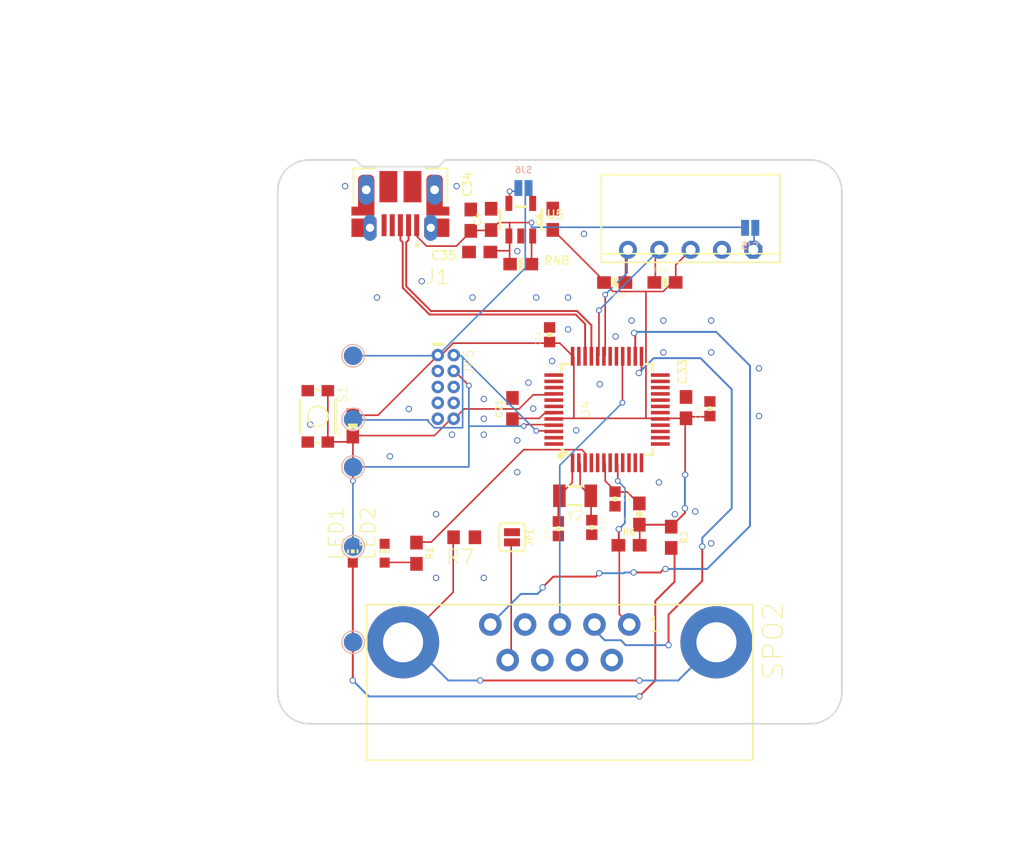
<source format=kicad_pcb>
(kicad_pcb (version 20241229) (generator "pcbnew") (generator_version "9.0")
  (layers (0 "F.Cu" signal) (2 "B.Cu" signal) (13 "F.Paste" user) (15 "B.Paste" user) (5 "F.SilkS" user "F.Silkscreen") (7 "B.SilkS" user "B.Silkscreen") (1 "F.Mask" user) (3 "B.Mask" user) (25 "Edge.Cuts" user))
  (net 0 "")
  (net 1 "GND")
  (net 2 "D5_JACK_DETECT")
  (net 3 "5.0V")
  (net 4 "3.3V")
  (net 5 "STAT1_A3")
  (net 6 "STAT2_A4")
  (net 7 "LBO_PIN_A5")
  (net 8 "SDA_INT")
  (net 9 "SCL_INT")
  (net 10 "OFF_PIN_D2")
  (net 11 "D9")
  (net 12 "BATM_STATUS")
  (net 13 "HB_LED_D14")
  (net 14 "SDA")
  (net 15 "SCL")
  (net 16 "USB_HOST_EN")
  (net 17 "VDDCORE")
  (net 18 "VDDANA")
  (net 19 "N$46")
  (net 20 "N$47")
  (net 21 "~{RESET}")
  (net 22 "PGD_D7")
  (net 23 "SPO2_LED_D10")
  (net 24 "SWCLK")
  (net 25 "SWDIO")
  (net 26 "RX_LED")
  (net 27 "TX_LED")
  (net 28 "AREF")
  (net 29 "SPO2_IR_D11")
  (net 30 "SPO2_IR_D13")
  (net 31 "INT_PIN_D6")
  (net 32 "N$21")
  (net 33 "SPO2_CONNECTION_A2")
  (net 34 "SPO2_CATHODE")
  (net 35 "SPO2_RED_D0")
  (net 36 "SPO2_IR_D1")
  (net 37 "NC1")
  (net 38 "NC0")
  (net 39 "READ_SPO2_A1")
  (net 40 "N$6")
  (net 41 "VBUS")
  (net 42 "EN")
  (net 43 "OUT")
  (net 44 "USB_D_N")
  (net 45 "USB_D_P")
  (net 46 "N$3")
  (net 47 "N$5")
  (net 48 "SPO2_LED_D12")
  (net 49 "N$1")
  (footprint "Spo2_module_v3.0.0_simple_dec2024:CRYSTAL-SMD-3.2X1.5MM" (layer "F.Cu") (at 149.7203 109.3089 180)
    (property "Reference" "Y2")
    (property "Value" "32.768kHz")
  )
  (footprint "Spo2_module_v3.0.0_simple_dec2024:0603-NO" (layer "F.Cu") (at 142.113 89.8525 180)
    (property "Reference" "C35")
    (property "Value" "1uF")
  )
  (footprint "Spo2_module_v3.0.0_simple_dec2024:618009231121" (layer "F.Cu") (at 148.5011 121.0036)
    (property "Reference" "SPO2")
    (property "Value" "")
  )
  (footprint "Spo2_module_v3.0.0_simple_dec2024:SENSORHUB_OUTLINE_USB_NOTCH_LEFT" (layer "F.Cu") (at 148.5011 105.0036)
    (property "Reference" "U$12" (hide yes))
    (property "Value" "SENSORHUB_PROFILEUSB_LEFT" (hide yes))
    (fp_line (start -22.5 20) (end -22.5 -20) (stroke (width 0.127)) (layer "Edge.Cuts"))
    (fp_line (start -20 -22.5) (end -16.277 -22.5) (stroke (width 0.127)) (layer "Edge.Cuts"))
    (fp_line (start -16.277 -22.5) (end -15.748 -21.971) (stroke (width 0.127)) (layer "Edge.Cuts"))
    (fp_line (start -15.748 -21.971) (end -9.652 -21.971) (stroke (width 0.127)) (layer "Edge.Cuts"))
    (fp_line (start -9.652 -21.971) (end -9.144 -22.5) (stroke (width 0.127)) (layer "Edge.Cuts"))
    (fp_line (start -9.144 -22.5) (end 20 -22.5) (stroke (width 0.127)) (layer "Edge.Cuts"))
    (fp_line (start 20 22.5) (end -20 22.5) (stroke (width 0.127)) (layer "Edge.Cuts"))
    (fp_line (start 22.5 -20) (end 22.5 20) (stroke (width 0.127)) (layer "Edge.Cuts"))
    (fp_arc (start -22.5 -20) (mid -21.767767 -21.767767) (end -20 -22.5) (stroke (width 0.127)) (layer "Edge.Cuts"))
    (fp_arc (start -20 22.5) (mid -21.767767 21.767767) (end -22.5 20) (stroke (width 0.127)) (layer "Edge.Cuts"))
    (fp_arc (start 20 -22.5) (mid 21.767767 -21.767767) (end 22.5 -20) (stroke (width 0.127)) (layer "Edge.Cuts"))
    (fp_arc (start 22.5 20) (mid 21.767767 21.767767) (end 20 22.5) (stroke (width 0.127)) (layer "Edge.Cuts"))
  )
  (footprint "Spo2_module_v3.0.0_simple_dec2024:TQFP-48" (layer "F.Cu") (at 152.273 102.4255 90)
    (property "Reference" "U4")
    (property "Value" "ATSAMD21G-A")
  )
  (footprint "Spo2_module_v3.0.0_simple_dec2024:2X5-PTH-1.27MM" (layer "F.Cu") (at 139.4079 100.6221 -90)
    (property "Reference" "JP5")
    (property "Value" "CORTEX_DEBUGPTH")
  )
  (footprint "Spo2_module_v3.0.0_simple_dec2024:0603-NO" (layer "F.Cu") (at 158.5722 102.2731 90)
    (property "Reference" "C33")
    (property "Value" "1uF")
  )
  (footprint "Spo2_module_v3.0.0_simple_dec2024:0603_510" (layer "F.Cu") (at 147.9423 87.2363 90)
    (property "Reference" "C6")
    (property "Value" "10uF")
  )
  (footprint "Spo2_module_v3.0.0_simple_dec2024:0603" (layer "F.Cu") (at 154.8511 110.7694 90)
    (property "Reference" "L2")
    (property "Value" "FB - 30Ohm")
  )
  (footprint "Spo2_module_v3.0.0_simple_dec2024:PTSM_M5_THRHOLE" (layer "F.Cu") (at 158.9405 90.678)
    (property "Reference" "U$10" (hide yes))
    (property "Value" "PHOENIX_PTSM_M5_TH_I2C++" (hide yes))
  )
  (footprint "Spo2_module_v3.0.0_simple_dec2024:0402-CAP" (layer "F.Cu") (at 152.908 109.5629 -90)
    (property "Reference" "C22")
    (property "Value" "0.1uF")
  )
  (footprint "Spo2_module_v3.0.0_simple_dec2024:0402-CAP" (layer "F.Cu") (at 151.0538 111.8362 -90)
    (property "Reference" "C25")
    (property "Value" "15pF")
  )
  (footprint "Spo2_module_v3.0.0_simple_dec2024:0603_532" (layer "F.Cu") (at 157.3911 112.6236 -90)
    (property "Reference" "R2")
    (property "Value" "1k")
  )
  (footprint "Spo2_module_v3.0.0_simple_dec2024:0603-RES" (layer "F.Cu") (at 156.8958 92.2782)
    (property "Reference" "R29")
    (property "Value" "4.7K")
  )
  (footprint "Spo2_module_v3.0.0_simple_dec2024:R0603_420" (layer "F.Cu") (at 140.8811 112.6236 180)
    (property "Reference" "R7")
    (property "Value" "39Ω")
  )
  (footprint "Spo2_module_v3.0.0_simple_dec2024:SMT-JUMPER_2_NC_PASTE_SILK_528" (layer "F.Cu") (at 144.6911 112.6236 -90)
    (property "Reference" "JP1")
    (property "Value" "JUMPER-SMT_2_NC_PASTE_SILK")
  )
  (footprint "Spo2_module_v3.0.0_simple_dec2024:0603-RES" (layer "F.Cu") (at 152.8826 92.2909 180)
    (property "Reference" "R28")
    (property "Value" "4.7K")
  )
  (footprint "Spo2_module_v3.0.0_simple_dec2024:0603" (layer "F.Cu") (at 144.7292 102.3493 90)
    (property "Reference" "C21")
    (property "Value" "0.1uF")
  )
  (footprint "Spo2_module_v3.0.0_simple_dec2024:0402-CAP" (layer "F.Cu") (at 160.4772 102.362 90)
    (property "Reference" "C20")
    (property "Value" "0.1uF")
  )
  (footprint "Spo2_module_v3.0.0_simple_dec2024:CHIP-LED0603_259" (layer "F.Cu") (at 131.9911 113.8936)
    (property "Reference" "LED1")
    (property "Value" "GREEN")
  )
  (footprint "Spo2_module_v3.0.0_simple_dec2024:TACTILE_SWITCH_SMD_4.6X2.8MM" (layer "F.Cu") (at 129.1971 102.9716 -90)
    (property "Reference" "S1")
    (property "Value" "RESET")
  )
  (footprint "Spo2_module_v3.0.0_simple_dec2024:0603_532" (layer "F.Cu") (at 154.0256 113.2586)
    (property "Reference" "R6")
    (property "Value" "10k")
  )
  (footprint "Spo2_module_v3.0.0_simple_dec2024:CHIP-LED0603_259" (layer "F.Cu") (at 134.5311 113.8936)
    (property "Reference" "LED2")
    (property "Value" "BLUE")
  )
  (footprint "Spo2_module_v3.0.0_simple_dec2024:0603-NO" (layer "F.Cu") (at 141.4018 87.3125 90)
    (property "Reference" "C34")
    (property "Value" "1uF")
  )
  (footprint "Spo2_module_v3.0.0_simple_dec2024:SOT23-5" (layer "F.Cu") (at 145.3896 87.2744)
    (property "Reference" "U5")
    (property "Value" "AP2112/MIC5219")
  )
  (footprint "Spo2_module_v3.0.0_simple_dec2024:0603_532" (layer "F.Cu") (at 137.0711 113.8936 -90)
    (property "Reference" "R1")
    (property "Value" "1k")
  )
  (footprint "Spo2_module_v3.0.0_simple_dec2024:AMPHENOL_10103594-0001LF" (layer "F.Cu") (at 135.7884 84.8868 180)
    (property "Reference" "J1")
    (property "Value" "10103594-0001LF")
  )
  (footprint "Spo2_module_v3.0.0_simple_dec2024:0603-NO@1" (layer "F.Cu") (at 145.3896 90.8177)
    (property "Reference" "R48")
    (property "Value" "100k")
  )
  (footprint "Spo2_module_v3.0.0_simple_dec2024:TEST_PINS" (layer "F.Cu") (at 125.6665 127.3429)
    (property "Reference" "U$5" (hide yes))
    (property "Value" "HUB_TESTPINSHUBS" (hide yes))
  )
  (footprint "Spo2_module_v3.0.0_simple_dec2024:0603-RES" (layer "F.Cu") (at 131.9911 103.7336 90)
    (property "Reference" "R22")
    (property "Value" "10K")
  )
  (footprint "Spo2_module_v3.0.0_simple_dec2024:0402-CAP" (layer "F.Cu") (at 147.6883 96.4565 90)
    (property "Reference" "C23")
    (property "Value" "0.1uF")
  )
  (footprint "Spo2_module_v3.0.0_simple_dec2024:0402-CAP" (layer "F.Cu") (at 148.3868 111.9378 90)
    (property "Reference" "C24")
    (property "Value" "15pF")
  )
  (footprint "Spo2_module_v3.0.0_simple_dec2024:0603_510" (layer "F.Cu") (at 143.0274 87.249 90)
    (property "Reference" "C4")
    (property "Value" "10uF")
  )
  (footprint "Spo2_module_v3.0.0_simple_dec2024:SMT-JUMPER_2_NO_NO-SILK_528" (layer "B.Cu") (at 145.6055 84.7471 180)
    (property "Reference" "SJ6")
    (property "Value" "WP")
  )
  (footprint "Spo2_module_v3.0.0_simple_dec2024:SMT-JUMPER_2_NO_NO-SILK_528" (layer "B.Cu") (at 163.6903 87.9221)
    (property "Reference" "SJ5")
    (property "Value" "WP")
  )
  (via (at 149.8092 104.0892) (size 0.5024) (drill 0.35) (layers "F.Cu" "B.Cu") (net 1))
  (via (at 139.9032 104.4321) (size 0.5024) (drill 0.35) (layers "F.Cu" "B.Cu") (net 1))
  (via (at 145.1102 107.4293) (size 0.5024) (drill 0.35) (layers "F.Cu" "B.Cu") (net 1))
  (via (at 142.4432 103.1621) (size 0.5024) (drill 0.35) (layers "F.Cu" "B.Cu") (net 1))
  (via (at 142.4432 101.5873) (size 0.5024) (drill 0.35) (layers "F.Cu" "B.Cu") (net 1))
  (via (at 156.4132 108.2421) (size 0.5024) (drill 0.35) (layers "F.Cu" "B.Cu") (net 1))
  (via (at 154.2288 95.3262) (size 0.5024) (drill 0.35) (layers "F.Cu" "B.Cu") (net 1))
  (via (at 142.4432 115.8621) (size 0.5024) (drill 0.35) (layers "F.Cu" "B.Cu") (net 1))
  (via (at 146.6215 93.4847) (size 0.5024) (drill 0.35) (layers "F.Cu" "B.Cu") (net 1))
  (via (at 152.9588 96.5962) (size 0.5024) (drill 0.35) (layers "F.Cu" "B.Cu") (net 1))
  (via (at 160.5788 95.3262) (size 0.5024) (drill 0.35) (layers "F.Cu" "B.Cu") (net 1))
  (via (at 147.8915 98.5647) (size 0.5024) (drill 0.35) (layers "F.Cu" "B.Cu") (net 1))
  (via (at 134.9502 106.1593) (size 0.5024) (drill 0.35) (layers "F.Cu" "B.Cu") (net 1))
  (via (at 149.1615 93.4847) (size 0.5024) (drill 0.35) (layers "F.Cu" "B.Cu") (net 1))
  (via (at 160.5788 113.1062) (size 0.5024) (drill 0.35) (layers "F.Cu" "B.Cu") (net 1))
  (via (at 138.6332 115.8621) (size 0.5024) (drill 0.35) (layers "F.Cu" "B.Cu") (net 1))
  (via (at 128.6002 103.6193) (size 0.5024) (drill 0.35) (layers "F.Cu" "B.Cu") (net 1))
  (via (at 141.5415 93.4847) (size 0.5024) (drill 0.35) (layers "F.Cu" "B.Cu") (net 1))
  (via (at 133.9215 93.4847) (size 0.5024) (drill 0.35) (layers "F.Cu" "B.Cu") (net 1))
  (via (at 131.3815 84.5947) (size 0.5024) (drill 0.35) (layers "F.Cu" "B.Cu") (net 1))
  (via (at 151.6888 100.4062) (size 0.5024) (drill 0.35) (layers "F.Cu" "B.Cu") (net 1))
  (via (at 159.3088 110.5662) (size 0.5024) (drill 0.35) (layers "F.Cu" "B.Cu") (net 1))
  (via (at 164.3888 102.9462) (size 0.5024) (drill 0.35) (layers "F.Cu" "B.Cu") (net 1))
  (via (at 164.3888 99.1362) (size 0.5024) (drill 0.35) (layers "F.Cu" "B.Cu") (net 1))
  (via (at 145.9992 100.2792) (size 0.5024) (drill 0.35) (layers "F.Cu" "B.Cu") (net 1))
  (via (at 142.4432 104.4321) (size 0.5024) (drill 0.35) (layers "F.Cu" "B.Cu") (net 1))
  (via (at 145.1102 89.789) (size 0.5024) (drill 0.35) (layers "F.Cu" "B.Cu") (net 1))
  (via (at 137.4902 92.1893) (size 0.5024) (drill 0.35) (layers "F.Cu" "B.Cu") (net 1))
  (via (at 140.2715 84.5947) (size 0.5024) (drill 0.35) (layers "F.Cu" "B.Cu") (net 1))
  (via (at 145.1102 104.8893) (size 0.5024) (drill 0.35) (layers "F.Cu" "B.Cu") (net 1))
  (via (at 146.3802 102.3493) (size 0.5024) (drill 0.35) (layers "F.Cu" "B.Cu") (net 1))
  (via (at 150.4315 88.4047) (size 0.5024) (drill 0.35) (layers "F.Cu" "B.Cu") (net 1))
  (via (at 156.7688 95.3262) (size 0.5024) (drill 0.35) (layers "F.Cu" "B.Cu") (net 1))
  (via (at 138.6332 110.7821) (size 0.5024) (drill 0.35) (layers "F.Cu" "B.Cu") (net 1))
  (via (at 157.6832 110.7821) (size 0.5024) (drill 0.35) (layers "F.Cu" "B.Cu") (net 1))
  (via (at 156.7688 97.8662) (size 0.5024) (drill 0.35) (layers "F.Cu" "B.Cu") (net 1))
  (via (at 136.4615 102.3747) (size 0.5024) (drill 0.35) (layers "F.Cu" "B.Cu") (net 1))
  (via (at 160.5788 97.8662) (size 0.5024) (drill 0.35) (layers "F.Cu" "B.Cu") (net 1))
  (via (at 149.1615 96.0247) (size 0.5024) (drill 0.35) (layers "F.Cu" "B.Cu") (net 1))
  (segment (start 164.0011 89.6286) (end 164.0011 88.0036) (width 0.127) (layer "B.Cu") (net 3))
  (segment (start 164.0011 88.0036) (end 164.0967 87.9221) (width 0.127) (layer "B.Cu") (net 3))
  (segment (start 164.0011 89.6286) (end 163.9405 89.678) (width 0.127) (layer "B.Cu") (net 3))
  (segment (start 157.3911 111.7736) (end 157.2369 111.6194) (width 0.1524) (layer "F.Cu") (net 4))
  (segment (start 152.7511 93.0036) (end 155.3761 93.0036) (width 0.127) (layer "F.Cu") (net 4))
  (segment (start 147.7511 97.1286) (end 147.6883 97.0365) (width 0.127) (layer "F.Cu") (net 4))
  (segment (start 158.5011 103.1286) (end 158.5722 103.1231) (width 0.127) (layer "F.Cu") (net 4))
  (segment (start 156.7511 93.0036) (end 157.3761 92.3786) (width 0.127) (layer "F.Cu") (net 4))
  (segment (start 158.8761 89.7536) (end 158.9405 89.678) (width 0.127) (layer "F.Cu") (net 4))
  (segment (start 158.5011 103.1286) (end 158.5011 107.6286) (width 0.127) (layer "F.Cu") (net 4))
  (segment (start 156.5011 103.1286) (end 156.523 103.1755) (width 0.127) (layer "F.Cu") (net 4))
  (segment (start 147.6261 97.1286) (end 147.6883 97.0365) (width 0.127) (layer "F.Cu") (net 4))
  (segment (start 155.3761 93.0036) (end 156.7511 93.0036) (width 0.127) (layer "F.Cu") (net 4))
  (segment (start 152.1261 92.3786) (end 152.7511 93.0036) (width 0.127) (layer "F.Cu") (net 4))
  (segment (start 138.8761 98.0036) (end 138.7729 98.0821) (width 0.127) (layer "F.Cu") (net 4))
  (segment (start 132.0011 102.8786) (end 131.9911 102.8836) (width 0.127) (layer "F.Cu") (net 4))
  (segment (start 149.6261 103.1286) (end 148.1261 103.1286) (width 0.127) (layer "F.Cu") (net 4))
  (segment (start 148.5011 97.1286) (end 147.7511 97.1286) (width 0.127) (layer "F.Cu") (net 4))
  (segment (start 154.8761 113.2536) (end 154.8761 111.6286) (width 0.127) (layer "F.Cu") (net 4))
  (segment (start 157.6261 92.3786) (end 157.7458 92.2782) (width 0.127) (layer "F.Cu") (net 4))
  (segment (start 134.0011 102.8786) (end 132.0011 102.8786) (width 0.127) (layer "F.Cu") (net 4))
  (segment (start 157.7511 90.8786) (end 157.7511 92.2536) (width 0.127) (layer "F.Cu") (net 4))
  (segment (start 149.5011 98.1286) (end 148.5011 97.1286) (width 0.127) (layer "F.Cu") (net 4))
  (segment (start 155.3761 103.1286) (end 155.3761 93.0036) (width 0.127) (layer "F.Cu") (net 4))
  (segment (start 138.7511 98.1286) (end 138.7729 98.0821) (width 0.127) (layer "F.Cu") (net 4))
  (segment (start 156.5011 103.1286) (end 155.3761 103.1286) (width 0.127) (layer "F.Cu") (net 4))
  (segment (start 140.0011 97.1286) (end 139.1261 98.0036) (width 0.127) (layer "F.Cu") (net 4))
  (segment (start 152.1261 92.2536) (end 148.0011 88.1286) (width 0.127) (layer "F.Cu") (net 4))
  (segment (start 149.6261 98.2536) (end 149.523 98.1755) (width 0.127) (layer "F.Cu") (net 4))
  (segment (start 152.1261 92.3786) (end 152.0326 92.2909) (width 0.127) (layer "F.Cu") (net 4))
  (segment (start 157.2369 111.6194) (end 154.8511 111.6194) (width 0.1524) (layer "F.Cu") (net 4))
  (segment (start 149.6261 103.1286) (end 149.6261 98.2536) (width 0.127) (layer "F.Cu") (net 4))
  (segment (start 158.4833 110.6814) (end 158.4833 110.3122) (width 0.1524) (layer "F.Cu") (net 4))
  (segment (start 152.1261 92.2536) (end 152.0326 92.2909) (width 0.127) (layer "F.Cu") (net 4))
  (segment (start 158.5011 103.1286) (end 156.6261 103.1286) (width 0.127) (layer "F.Cu") (net 4))
  (segment (start 158.8761 89.7536) (end 157.7511 90.8786) (width 0.127) (layer "F.Cu") (net 4))
  (segment (start 155.3761 103.1286) (end 149.6261 103.1286) (width 0.127) (layer "F.Cu") (net 4))
  (segment (start 149.5011 98.1286) (end 149.523 98.1755) (width 0.127) (layer "F.Cu") (net 4))
  (segment (start 148.0011 88.1286) (end 147.9423 88.0863) (width 0.127) (layer "F.Cu") (net 4))
  (segment (start 157.3761 92.3786) (end 157.6261 92.3786) (width 0.127) (layer "F.Cu") (net 4))
  (segment (start 138.7511 98.1286) (end 134.0011 102.8786) (width 0.127) (layer "F.Cu") (net 4))
  (segment (start 157.7511 92.2536) (end 157.7458 92.2782) (width 0.127) (layer "F.Cu") (net 4))
  (segment (start 148.1261 103.1286) (end 148.023 103.1755) (width 0.127) (layer "F.Cu") (net 4))
  (segment (start 154.8761 111.6286) (end 154.8511 111.6194) (width 0.127) (layer "F.Cu") (net 4))
  (segment (start 160.3761 103.0036) (end 160.4772 102.942) (width 0.127) (layer "F.Cu") (net 4))
  (segment (start 158.6261 103.0036) (end 158.5722 103.1231) (width 0.127) (layer "F.Cu") (net 4))
  (segment (start 157.3911 111.7736) (end 158.4833 110.6814) (width 0.1524) (layer "F.Cu") (net 4))
  (segment (start 158.6261 103.0036) (end 160.3761 103.0036) (width 0.127) (layer "F.Cu") (net 4))
  (segment (start 147.6261 97.1286) (end 140.0011 97.1286) (width 0.127) (layer "F.Cu") (net 4))
  (segment (start 154.8761 113.2536) (end 154.8756 113.2586) (width 0.127) (layer "F.Cu") (net 4))
  (segment (start 156.6261 103.1286) (end 156.523 103.1755) (width 0.127) (layer "F.Cu") (net 4))
  (segment (start 139.1261 98.0036) (end 138.8761 98.0036) (width 0.127) (layer "F.Cu") (net 4))
  (via (at 158.4833 110.3122) (size 0.5024) (drill 0.35) (layers "F.Cu" "B.Cu") (net 4))
  (via (at 158.5011 107.6286) (size 0.5024) (drill 0.35) (layers "F.Cu" "B.Cu") (net 4))
  (segment (start 138.7511 98.1286) (end 132.1261 98.1286) (width 0.127) (layer "B.Cu") (net 4))
  (segment (start 145.7511 91.1286) (end 145.7511 85.0036) (width 0.127) (layer "B.Cu") (net 4))
  (segment (start 145.7511 85.0036) (end 146.0011 84.7536) (width 0.127) (layer "B.Cu") (net 4))
  (segment (start 138.7511 98.1286) (end 138.7729 98.0821) (width 0.127) (layer "B.Cu") (net 4))
  (segment (start 146.0011 84.7536) (end 146.0119 84.7471) (width 0.127) (layer "B.Cu") (net 4))
  (segment (start 158.4833 110.3122) (end 158.4833 107.6464) (width 0.1524) (layer "B.Cu") (net 4))
  (segment (start 138.8761 98.0036) (end 145.7511 91.1286) (width 0.127) (layer "B.Cu") (net 4))
  (segment (start 158.4833 107.6464) (end 158.5011 107.6286) (width 0.1524) (layer "B.Cu") (net 4))
  (segment (start 138.8761 98.0036) (end 138.7729 98.0821) (width 0.127) (layer "B.Cu") (net 4))
  (segment (start 132.1261 98.1286) (end 132.0165 98.1329) (width 0.127) (layer "B.Cu") (net 4))
  (segment (start 137.1261 113.0036) (end 137.0711 113.0436) (width 0.127) (layer "F.Cu") (net 13))
  (segment (start 150.5011 106.6286) (end 150.523 106.6755) (width 0.127) (layer "F.Cu") (net 13))
  (segment (start 150.2511 105.6286) (end 145.6261 105.6286) (width 0.127) (layer "F.Cu") (net 13))
  (segment (start 138.2511 113.0036) (end 137.1261 113.0036) (width 0.127) (layer "F.Cu") (net 13))
  (segment (start 150.5011 105.8786) (end 150.2511 105.6286) (width 0.127) (layer "F.Cu") (net 13))
  (segment (start 145.6261 105.6286) (end 138.2511 113.0036) (width 0.127) (layer "F.Cu") (net 13))
  (segment (start 150.5011 106.6286) (end 150.5011 105.8786) (width 0.127) (layer "F.Cu") (net 13))
  (segment (start 153.8761 89.7536) (end 153.9405 89.678) (width 0.127) (layer "F.Cu") (net 14))
  (segment (start 153.8761 89.7536) (end 153.7511 89.8786) (width 0.127) (layer "F.Cu") (net 14))
  (segment (start 152.1261 98.1286) (end 152.023 98.1755) (width 0.127) (layer "F.Cu") (net 14))
  (segment (start 152.1261 93.2536) (end 152.1261 98.1286) (width 0.127) (layer "F.Cu") (net 14))
  (segment (start 153.7511 89.8786) (end 153.7511 92.2536) (width 0.127) (layer "F.Cu") (net 14))
  (segment (start 153.7511 92.2536) (end 153.7326 92.2909) (width 0.127) (layer "F.Cu") (net 14))
  (via (at 152.1261 93.2536) (size 0.4524) (drill 0.3) (layers "F.Cu" "B.Cu") (net 14))
  (segment (start 153.8761 89.7536) (end 153.9405 89.678) (width 0.127) (layer "B.Cu") (net 14))
  (segment (start 153.8761 91.5036) (end 152.1261 93.2536) (width 0.127) (layer "B.Cu") (net 14))
  (segment (start 153.8761 89.7536) (end 153.8761 91.5036) (width 0.127) (layer "B.Cu") (net 14))
  (segment (start 156.3761 89.7536) (end 156.1261 90.0036) (width 0.127) (layer "F.Cu") (net 15))
  (segment (start 151.6261 98.1286) (end 151.523 98.1755) (width 0.127) (layer "F.Cu") (net 15))
  (segment (start 156.1261 92.2536) (end 156.0458 92.2782) (width 0.127) (layer "F.Cu") (net 15))
  (segment (start 156.1261 90.0036) (end 156.1261 92.2536) (width 0.127) (layer "F.Cu") (net 15))
  (segment (start 156.3761 89.7536) (end 156.4405 89.678) (width 0.127) (layer "F.Cu") (net 15))
  (segment (start 151.6261 94.5036) (end 151.6261 98.1286) (width 0.127) (layer "F.Cu") (net 15))
  (via (at 151.6261 94.5036) (size 0.4524) (drill 0.3) (layers "F.Cu" "B.Cu") (net 15))
  (segment (start 156.3761 89.7536) (end 151.6261 94.5036) (width 0.127) (layer "B.Cu") (net 15))
  (segment (start 156.3761 89.7536) (end 156.4405 89.678) (width 0.127) (layer "B.Cu") (net 15))
  (segment (start 144.7511 103.1286) (end 144.7292 103.1993) (width 0.127) (layer "F.Cu") (net 17))
  (segment (start 147.2511 102.7536) (end 146.8761 103.1286) (width 0.127) (layer "F.Cu") (net 17))
  (segment (start 146.8761 103.1286) (end 144.7511 103.1286) (width 0.127) (layer "F.Cu") (net 17))
  (segment (start 148.0011 102.7536) (end 148.023 102.6755) (width 0.127) (layer "F.Cu") (net 17))
  (segment (start 148.0011 102.7536) (end 147.2511 102.7536) (width 0.127) (layer "F.Cu") (net 17))
  (segment (start 152.1261 108.1286) (end 152.1261 106.7536) (width 0.127) (layer "F.Cu") (net 18))
  (segment (start 152.1261 106.7536) (end 152.023 106.6755) (width 0.127) (layer "F.Cu") (net 18))
  (segment (start 154.7511 109.8786) (end 153.8761 109.0036) (width 0.127) (layer "F.Cu") (net 18))
  (segment (start 152.8761 108.8786) (end 152.908 108.9829) (width 0.127) (layer "F.Cu") (net 18))
  (segment (start 153.0011 109.0036) (end 152.908 108.9829) (width 0.127) (layer "F.Cu") (net 18))
  (segment (start 152.8761 108.8786) (end 152.1261 108.1286) (width 0.127) (layer "F.Cu") (net 18))
  (segment (start 153.8761 109.0036) (end 153.0011 109.0036) (width 0.127) (layer "F.Cu") (net 18))
  (segment (start 154.7511 109.8786) (end 154.8511 109.9194) (width 0.127) (layer "F.Cu") (net 18))
  (segment (start 148.5011 109.2536) (end 149.5011 108.2536) (width 0.127) (layer "F.Cu") (net 19))
  (segment (start 148.3761 109.3786) (end 148.4703 109.3089) (width 0.127) (layer "F.Cu") (net 19))
  (segment (start 149.5011 108.2536) (end 149.5011 106.7536) (width 0.127) (layer "F.Cu") (net 19))
  (segment (start 148.5011 109.2536) (end 148.4703 109.3089) (width 0.127) (layer "F.Cu") (net 19))
  (segment (start 148.3761 109.3786) (end 148.3761 111.2536) (width 0.127) (layer "F.Cu") (net 19))
  (segment (start 149.5011 106.7536) (end 149.523 106.6755) (width 0.127) (layer "F.Cu") (net 19))
  (segment (start 148.3761 111.2536) (end 148.3868 111.3578) (width 0.127) (layer "F.Cu") (net 19))
  (segment (start 150.8761 109.2536) (end 150.9703 109.3089) (width 0.127) (layer "F.Cu") (net 20))
  (segment (start 151.0011 109.3786) (end 150.9703 109.3089) (width 0.127) (layer "F.Cu") (net 20))
  (segment (start 150.8761 109.2536) (end 150.1261 108.5036) (width 0.127) (layer "F.Cu") (net 20))
  (segment (start 150.1261 108.5036) (end 150.1261 106.7536) (width 0.127) (layer "F.Cu") (net 20))
  (segment (start 151.0011 111.2536) (end 151.0538 111.2562) (width 0.127) (layer "F.Cu") (net 20))
  (segment (start 150.1261 106.7536) (end 150.023 106.6755) (width 0.127) (layer "F.Cu") (net 20))
  (segment (start 151.0011 109.3786) (end 151.0011 111.2536) (width 0.127) (layer "F.Cu") (net 20))
  (segment (start 140.8761 102.3786) (end 145.2511 102.3786) (width 0.127) (layer "F.Cu") (net 21))
  (segment (start 148.0011 101.2536) (end 148.023 101.1755) (width 0.127) (layer "F.Cu") (net 21))
  (segment (start 139.7511 103.2536) (end 140.0011 103.2536) (width 0.127) (layer "F.Cu") (net 21))
  (segment (start 140.0011 103.2536) (end 140.0429 103.1621) (width 0.127) (layer "F.Cu") (net 21))
  (segment (start 130.0011 101.0036) (end 129.9971 100.9216) (width 0.127) (layer "F.Cu") (net 21))
  (segment (start 140.1261 103.1286) (end 140.8761 102.3786) (width 0.127) (layer "F.Cu") (net 21))
  (segment (start 132.0011 104.5036) (end 138.5011 104.5036) (width 0.127) (layer "F.Cu") (net 21))
  (segment (start 130.0011 105.0036) (end 129.9971 105.0216) (width 0.127) (layer "F.Cu") (net 21))
  (segment (start 145.2511 102.3786) (end 146.3761 101.2536) (width 0.127) (layer "F.Cu") (net 21))
  (segment (start 132.0011 104.5036) (end 131.9911 104.5836) (width 0.127) (layer "F.Cu") (net 21))
  (segment (start 132.0011 104.6286) (end 132.0011 108.1286) (width 0.127) (layer "F.Cu") (net 21))
  (segment (start 140.1261 103.1286) (end 140.0429 103.1621) (width 0.127) (layer "F.Cu") (net 21))
  (segment (start 146.3761 101.2536) (end 148.0011 101.2536) (width 0.127) (layer "F.Cu") (net 21))
  (segment (start 130.0011 105.0036) (end 130.0011 101.0036) (width 0.127) (layer "F.Cu") (net 21))
  (segment (start 131.8761 104.6286) (end 131.5011 105.0036) (width 0.127) (layer "F.Cu") (net 21))
  (segment (start 131.5011 105.0036) (end 130.0011 105.0036) (width 0.127) (layer "F.Cu") (net 21))
  (segment (start 132.0011 104.6286) (end 131.9911 104.5836) (width 0.127) (layer "F.Cu") (net 21))
  (segment (start 131.8761 104.6286) (end 131.9911 104.5836) (width 0.127) (layer "F.Cu") (net 21))
  (segment (start 138.5011 104.5036) (end 139.7511 103.2536) (width 0.127) (layer "F.Cu") (net 21))
  (via (at 132.0011 108.1286) (size 0.4524) (drill 0.3) (layers "F.Cu" "B.Cu") (net 21))
  (segment (start 132.0011 113.2536) (end 132.0165 113.3729) (width 0.127) (layer "B.Cu") (net 21))
  (segment (start 132.0011 108.1286) (end 132.0011 113.2536) (width 0.127) (layer "B.Cu") (net 21))
  (segment (start 148.0011 103.6286) (end 148.023 103.6755) (width 0.127) (layer "F.Cu") (net 24))
  (segment (start 140.1261 99.3786) (end 141.2511 100.5036) (width 0.127) (layer "F.Cu") (net 24))
  (segment (start 145.7511 103.6286) (end 148.0011 103.6286) (width 0.127) (layer "F.Cu") (net 24))
  (segment (start 140.1261 99.3786) (end 140.0429 99.3521) (width 0.127) (layer "F.Cu") (net 24))
  (segment (start 145.6261 103.7536) (end 145.7511 103.6286) (width 0.127) (layer "F.Cu") (net 24))
  (via (at 141.2511 100.5036) (size 0.4524) (drill 0.3) (layers "F.Cu" "B.Cu") (net 24))
  (via (at 145.6261 103.7536) (size 0.4524) (drill 0.3) (layers "F.Cu" "B.Cu") (net 24))
  (segment (start 141.2511 107.0036) (end 132.1261 107.0036) (width 0.127) (layer "B.Cu") (net 24))
  (segment (start 141.2511 103.7536) (end 145.6261 103.7536) (width 0.127) (layer "B.Cu") (net 24))
  (segment (start 141.2511 100.5036) (end 141.2511 103.7536) (width 0.127) (layer "B.Cu") (net 24))
  (segment (start 132.1261 107.0036) (end 132.0165 107.0229) (width 0.127) (layer "B.Cu") (net 24))
  (segment (start 141.2511 103.7536) (end 141.2511 107.0036) (width 0.127) (layer "B.Cu") (net 24))
  (segment (start 148.0011 104.1286) (end 148.023 104.1755) (width 0.127) (layer "F.Cu") (net 25))
  (segment (start 146.6261 104.1286) (end 148.0011 104.1286) (width 0.127) (layer "F.Cu") (net 25))
  (via (at 146.6261 104.1286) (size 0.4524) (drill 0.3) (layers "F.Cu" "B.Cu") (net 25))
  (segment (start 138.0011 103.3786) (end 138.0011 103.2536) (width 0.127) (layer "B.Cu") (net 25))
  (segment (start 140.1261 98.1286) (end 140.0429 98.0821) (width 0.127) (layer "B.Cu") (net 25))
  (segment (start 132.1261 103.2536) (end 132.0165 103.2129) (width 0.127) (layer "B.Cu") (net 25))
  (segment (start 140.7511 98.2536) (end 146.6261 104.1286) (width 0.127) (layer "B.Cu") (net 25))
  (segment (start 140.7511 103.8786) (end 138.5011 103.8786) (width 0.127) (layer "B.Cu") (net 25))
  (segment (start 140.6261 98.1286) (end 140.7511 98.2536) (width 0.127) (layer "B.Cu") (net 25))
  (segment (start 138.5011 103.8786) (end 138.0011 103.3786) (width 0.127) (layer "B.Cu") (net 25))
  (segment (start 140.7511 98.2536) (end 140.7511 103.8786) (width 0.127) (layer "B.Cu") (net 25))
  (segment (start 138.0011 103.2536) (end 132.1261 103.2536) (width 0.127) (layer "B.Cu") (net 25))
  (segment (start 140.1261 98.1286) (end 140.6261 98.1286) (width 0.127) (layer "B.Cu") (net 25))
  (segment (start 155.023 98.1755) (end 155.023 99.2945) (width 0.1524) (layer "F.Cu") (net 29))
  (segment (start 155.023 99.2945) (end 154.813 99.5045) (width 0.1524) (layer "F.Cu") (net 29))
  (segment (start 159.8676 113.3602) (end 159.8676 116.1034) (width 0.1524) (layer "F.Cu") (net 29))
  (segment (start 159.8676 116.1034) (end 157.1752 118.7958) (width 0.1524) (layer "F.Cu") (net 29))
  (segment (start 157.1752 118.7958) (end 157.1752 121.2342) (width 0.1524) (layer "F.Cu") (net 29))
  (via (at 159.8676 113.3602) (size 0.5024) (drill 0.35) (layers "F.Cu" "B.Cu") (net 29))
  (via (at 154.813 99.5045) (size 0.5024) (drill 0.35) (layers "F.Cu" "B.Cu") (net 29))
  (via (at 157.1752 121.2342) (size 0.5024) (drill 0.35) (layers "F.Cu" "B.Cu") (net 29))
  (segment (start 157.1752 121.2342) (end 153.7589 121.2342) (width 0.1524) (layer "B.Cu") (net 29))
  (segment (start 155.9941 98.3234) (end 159.7279 98.3234) (width 0.1524) (layer "B.Cu") (net 29))
  (segment (start 159.8676 112.6617) (end 159.8676 113.3602) (width 0.1524) (layer "B.Cu") (net 29))
  (segment (start 153.3652 120.8405) (end 152.0952 120.8405) (width 0.1524) (layer "B.Cu") (net 29))
  (segment (start 162.2171 100.8126) (end 162.2171 110.3122) (width 0.1524) (layer "B.Cu") (net 29))
  (segment (start 162.2171 110.3122) (end 159.8676 112.6617) (width 0.1524) (layer "B.Cu") (net 29))
  (segment (start 154.813 99.5045) (end 155.9941 98.3234) (width 0.1524) (layer "B.Cu") (net 29))
  (segment (start 151.2711 120.0164) (end 151.2711 119.5836) (width 0.1524) (layer "B.Cu") (net 29))
  (segment (start 153.7589 121.2342) (end 153.3652 120.8405) (width 0.1524) (layer "B.Cu") (net 29))
  (segment (start 159.7279 98.3234) (end 162.2171 100.8126) (width 0.1524) (layer "B.Cu") (net 29))
  (segment (start 152.0952 120.8405) (end 151.2711 120.0164) (width 0.1524) (layer "B.Cu") (net 29))
  (segment (start 154.432 96.3168) (end 154.523 96.4078) (width 0.1524) (layer "F.Cu") (net 30))
  (segment (start 156.5275 115.4303) (end 156.7434 115.2144) (width 0.1524) (layer "F.Cu") (net 30))
  (segment (start 156.8732 115.2144) (end 156.7434 115.2144) (width 0.1524) (layer "F.Cu") (net 30))
  (segment (start 151.384 115.7605) (end 151.6507 115.4938) (width 0.1524) (layer "F.Cu") (net 30))
  (segment (start 156.8732 115.2144) (end 156.9367 115.1509) (width 0.1524) (layer "F.Cu") (net 30))
  (segment (start 154.523 96.4078) (end 154.523 98.1755) (width 0.1524) (layer "F.Cu") (net 30))
  (segment (start 154.3939 115.4303) (end 156.5275 115.4303) (width 0.1524) (layer "F.Cu") (net 30))
  (segment (start 147.9931 115.7605) (end 151.384 115.7605) (width 0.1524) (layer "F.Cu") (net 30))
  (segment (start 147.1295 116.6241) (end 147.9931 115.7605) (width 0.1524) (layer "F.Cu") (net 30))
  (via (at 147.1295 116.6241) (size 0.5024) (drill 0.35) (layers "F.Cu" "B.Cu") (net 30))
  (via (at 154.432 96.3168) (size 0.5024) (drill 0.35) (layers "F.Cu" "B.Cu") (net 30))
  (via (at 151.6507 115.4938) (size 0.5024) (drill 0.35) (layers "F.Cu" "B.Cu") (net 30))
  (via (at 156.9367 115.1509) (size 0.5024) (drill 0.35) (layers "F.Cu" "B.Cu") (net 30))
  (via (at 154.3939 115.4303) (size 0.5024) (drill 0.35) (layers "F.Cu" "B.Cu") (net 30))
  (segment (start 160.9725 96.2279) (end 154.5209 96.2279) (width 0.1524) (layer "B.Cu") (net 30))
  (segment (start 163.6776 111.7219) (end 163.6776 98.933) (width 0.1524) (layer "B.Cu") (net 30))
  (segment (start 153.6827 115.4303) (end 154.3939 115.4303) (width 0.1524) (layer "B.Cu") (net 30))
  (segment (start 156.9367 115.1509) (end 160.2486 115.1509) (width 0.1524) (layer "B.Cu") (net 30))
  (segment (start 151.6507 115.4938) (end 153.6192 115.4938) (width 0.1524) (layer "B.Cu") (net 30))
  (segment (start 142.9611 119.5836) (end 145.3999 117.1448) (width 0.1524) (layer "B.Cu") (net 30))
  (segment (start 154.5209 96.2279) (end 154.432 96.3168) (width 0.1524) (layer "B.Cu") (net 30))
  (segment (start 145.3999 117.1448) (end 146.7231 117.1448) (width 0.1524) (layer "B.Cu") (net 30))
  (segment (start 146.7231 117.1448) (end 147.1295 116.7384) (width 0.1524) (layer "B.Cu") (net 30))
  (segment (start 163.6776 98.933) (end 160.9725 96.2279) (width 0.1524) (layer "B.Cu") (net 30))
  (segment (start 153.6192 115.4938) (end 153.6827 115.4303) (width 0.1524) (layer "B.Cu") (net 30))
  (segment (start 147.1295 116.7384) (end 147.1295 116.6241) (width 0.1524) (layer "B.Cu") (net 30))
  (segment (start 160.2486 115.1509) (end 163.6776 111.7219) (width 0.1524) (layer "B.Cu") (net 30))
  (segment (start 154.0011 119.5036) (end 153.2511 118.7536) (width 0.127) (layer "F.Cu") (net 33))
  (segment (start 153.2511 113.3786) (end 153.1756 113.2586) (width 0.127) (layer "F.Cu") (net 33))
  (segment (start 153.2128 113.2214) (end 153.1756 113.2586) (width 0.1524) (layer "F.Cu") (net 33))
  (segment (start 153.1261 106.7536) (end 153.023 106.6755) (width 0.127) (layer "F.Cu") (net 33))
  (segment (start 153.1261 108.1286) (end 153.1261 106.7536) (width 0.127) (layer "F.Cu") (net 33))
  (segment (start 153.2511 118.7536) (end 153.2511 113.3786) (width 0.127) (layer "F.Cu") (net 33))
  (segment (start 154.0011 119.5036) (end 154.0411 119.5836) (width 0.127) (layer "F.Cu") (net 33))
  (segment (start 153.2128 111.9759) (end 153.2128 113.2214) (width 0.1524) (layer "F.Cu") (net 33))
  (via (at 153.2128 111.9759) (size 0.5024) (drill 0.35) (layers "F.Cu" "B.Cu") (net 33))
  (via (at 153.1261 108.1286) (size 0.4524) (drill 0.3) (layers "F.Cu" "B.Cu") (net 33))
  (segment (start 153.6961 108.6986) (end 153.6961 111.4926) (width 0.1524) (layer "B.Cu") (net 33))
  (segment (start 153.6961 111.4926) (end 153.2128 111.9759) (width 0.1524) (layer "B.Cu") (net 33))
  (segment (start 153.6961 108.6986) (end 153.1261 108.1286) (width 0.127) (layer "B.Cu") (net 33))
  (segment (start 144.6261 113.1286) (end 144.6911 113.03) (width 0.127) (layer "F.Cu") (net 34))
  (segment (start 144.6261 122.1286) (end 144.6261 113.1286) (width 0.127) (layer "F.Cu") (net 34))
  (segment (start 144.3761 122.3786) (end 144.6261 122.1286) (width 0.127) (layer "F.Cu") (net 34))
  (segment (start 144.3761 122.3786) (end 144.3461 122.4236) (width 0.127) (layer "F.Cu") (net 34))
  (segment (start 142.1511 124.0536) (end 154.8511 124.0536) (width 0.1524) (layer "F.Cu") (net 40))
  (segment (start 136.0011 121.0036) (end 140.0011 117.0036) (width 0.127) (layer "F.Cu") (net 40))
  (segment (start 140.0011 112.6286) (end 140.0311 112.6236) (width 0.127) (layer "F.Cu") (net 40))
  (segment (start 140.0011 117.0036) (end 140.0011 112.6286) (width 0.127) (layer "F.Cu") (net 40))
  (via (at 154.8511 124.0536) (size 0.5024) (drill 0.35) (layers "F.Cu" "B.Cu") (net 40))
  (via (at 142.1511 124.0536) (size 0.5024) (drill 0.35) (layers "F.Cu" "B.Cu") (net 40))
  (segment (start 136.0011 121.0036) (end 136.5611 121.0036) (width 0.1524) (layer "B.Cu") (net 40))
  (segment (start 136.5611 121.0036) (end 139.6111 124.0536) (width 0.1524) (layer "B.Cu") (net 40))
  (segment (start 157.9511 124.0536) (end 161.0011 121.0036) (width 0.1524) (layer "B.Cu") (net 40))
  (segment (start 139.6111 124.0536) (end 142.1511 124.0536) (width 0.1524) (layer "B.Cu") (net 40))
  (segment (start 154.8511 124.0536) (end 157.9511 124.0536) (width 0.1524) (layer "B.Cu") (net 40))
  (segment (start 143.0011 88.1286) (end 143.0274 88.099) (width 0.127) (layer "F.Cu") (net 41))
  (segment (start 143.1261 88.0036) (end 143.6261 87.5036) (width 0.127) (layer "F.Cu") (net 41))
  (segment (start 141.3761 88.2536) (end 141.4018 88.1625) (width 0.127) (layer "F.Cu") (net 41))
  (segment (start 144.5011 89.7536) (end 143.0011 89.7536) (width 0.127) (layer "F.Cu") (net 41))
  (segment (start 137.1261 88.6286) (end 137.1261 87.7536) (width 0.127) (layer "F.Cu") (net 41))
  (segment (start 143.0011 88.1286) (end 141.5011 88.1286) (width 0.127) (layer "F.Cu") (net 41))
  (segment (start 141.3761 88.2536) (end 140.2511 89.3786) (width 0.127) (layer "F.Cu") (net 41))
  (segment (start 144.5011 88.6286) (end 144.4396 88.5745) (width 0.127) (layer "F.Cu") (net 41))
  (segment (start 144.5011 90.735813) (end 144.5396 90.8177) (width 0.127) (layer "F.Cu") (net 41))
  (segment (start 144.5011 87.5036) (end 146.2511 87.5036) (width 0.127) (layer "F.Cu") (net 41))
  (segment (start 140.2511 89.3786) (end 137.8761 89.3786) (width 0.127) (layer "F.Cu") (net 41))
  (segment (start 141.5011 88.1286) (end 141.4018 88.1625) (width 0.127) (layer "F.Cu") (net 41))
  (segment (start 144.5011 88.5036) (end 144.4396 88.5745) (width 0.127) (layer "F.Cu") (net 41))
  (segment (start 144.5011 88.6286) (end 144.5011 89.7536) (width 0.127) (layer "F.Cu") (net 41))
  (segment (start 144.5011 87.5036) (end 144.5011 88.5036) (width 0.127) (layer "F.Cu") (net 41))
  (segment (start 143.0011 89.7536) (end 142.963 89.8525) (width 0.127) (layer "F.Cu") (net 41))
  (segment (start 143.6261 87.5036) (end 144.5011 87.5036) (width 0.127) (layer "F.Cu") (net 41))
  (segment (start 137.8761 89.3786) (end 137.1261 88.6286) (width 0.127) (layer "F.Cu") (net 41))
  (segment (start 143.1261 88.0036) (end 143.0274 88.099) (width 0.127) (layer "F.Cu") (net 41))
  (segment (start 137.1261 87.7536) (end 137.0884 87.7118) (width 0.127) (layer "F.Cu") (net 41))
  (segment (start 144.5011 89.7536) (end 144.5011 90.735813) (width 0.127) (layer "F.Cu") (net 41))
  (via (at 146.2511 87.5036) (size 0.4524) (drill 0.3) (layers "F.Cu" "B.Cu") (net 41))
  (segment (start 163.2511 87.8786) (end 163.2839 87.9221) (width 0.127) (layer "B.Cu") (net 41))
  (segment (start 146.2511 87.8786) (end 163.2511 87.8786) (width 0.127) (layer "B.Cu") (net 41))
  (segment (start 146.2511 87.5036) (end 146.2511 87.8786) (width 0.127) (layer "B.Cu") (net 41))
  (segment (start 146.2511 88.6286) (end 146.2511 90.3786) (width 0.127) (layer "F.Cu") (net 42))
  (segment (start 146.2511 90.3786) (end 146.234941 90.39476) (width 0.127) (layer "F.Cu") (net 42))
  (segment (start 146.2396 90.8177) (end 146.234941 90.39476) (width 0.127) (layer "F.Cu") (net 42))
  (segment (start 146.2511 88.6286) (end 146.3396 88.5745) (width 0.127) (layer "F.Cu") (net 42))
  (segment (start 144.5011 85.8786) (end 144.4396 85.9743) (width 0.127) (layer "F.Cu") (net 43))
  (segment (start 144.5011 85.0036) (end 144.5011 85.8786) (width 0.127) (layer "F.Cu") (net 43))
  (via (at 144.5011 85.0036) (size 0.4524) (drill 0.3) (layers "F.Cu" "B.Cu") (net 43))
  (segment (start 145.1261 85.0036) (end 144.5011 85.0036) (width 0.127) (layer "B.Cu") (net 43))
  (segment (start 145.1261 84.7536) (end 145.1261 85.0036) (width 0.127) (layer "B.Cu") (net 43))
  (segment (start 145.1261 84.7536) (end 145.1991 84.7471) (width 0.127) (layer "B.Cu") (net 43))
  (segment (start 136.2531 92.59031) (end 136.2531 89.0769) (width 0.1524) (layer "F.Cu") (net 44))
  (segment (start 138.226991 94.5642) (end 136.2531 92.59031) (width 0.1524) (layer "F.Cu") (net 44))
  (segment (start 151.023 98.1755) (end 151.023 95.700363) (width 0.1524) (layer "F.Cu") (net 44))
  (segment (start 136.4384 87.7118) (end 136.4384 88.8916) (width 0.1524) (layer "F.Cu") (net 44))
  (segment (start 149.886837 94.5642) (end 138.226991 94.5642) (width 0.1524) (layer "F.Cu") (net 44))
  (segment (start 136.2531 89.0769) (end 136.4384 88.8916) (width 0.1524) (layer "F.Cu") (net 44))
  (segment (start 151.023 95.700363) (end 149.886837 94.5642) (width 0.1524) (layer "F.Cu") (net 44))
  (segment (start 150.523 98.1755) (end 150.523 95.5955) (width 0.1524) (layer "F.Cu") (net 45))
  (segment (start 150.523 95.5955) (end 149.7711 94.8436) (width 0.1524) (layer "F.Cu") (net 45))
  (segment (start 149.7711 94.8436) (end 138.111254 94.8436) (width 0.1524) (layer "F.Cu") (net 45))
  (segment (start 135.7884 87.7118) (end 135.7884 88.8916) (width 0.1524) (layer "F.Cu") (net 45))
  (segment (start 138.111254 94.8436) (end 135.9737 92.706047) (width 0.1524) (layer "F.Cu") (net 45))
  (segment (start 135.9737 92.706047) (end 135.9737 89.0769) (width 0.1524) (layer "F.Cu") (net 45))
  (segment (start 135.9737 89.0769) (end 135.7884 88.8916) (width 0.1524) (layer "F.Cu") (net 45))
  (segment (start 134.6261 114.6286) (end 134.5311 114.6436) (width 0.127) (layer "F.Cu") (net 47))
  (segment (start 137.0011 114.6286) (end 134.6261 114.6286) (width 0.127) (layer "F.Cu") (net 47))
  (segment (start 137.0011 114.6286) (end 137.0711 114.7436) (width 0.127) (layer "F.Cu") (net 47))
  (segment (start 153.5011 101.8786) (end 153.5011 98.2536) (width 0.127) (layer "F.Cu") (net 48))
  (segment (start 153.5011 98.2536) (end 153.523 98.1755) (width 0.127) (layer "F.Cu") (net 48))
  (via (at 153.5011 101.8786) (size 0.4524) (drill 0.3) (layers "F.Cu" "B.Cu") (net 48))
  (segment (start 148.5011 106.8786) (end 153.5011 101.8786) (width 0.127) (layer "B.Cu") (net 48))
  (segment (start 148.5011 119.5836) (end 148.5011 106.8786) (width 0.127) (layer "B.Cu") (net 48))
  (segment (start 156.1211 124.0536) (end 154.8511 125.3236) (width 0.1524) (layer "F.Cu") (net 49))
  (segment (start 131.9911 124.0536) (end 131.9911 114.6436) (width 0.1524) (layer "F.Cu") (net 49))
  (segment (start 157.6578 116.1669) (end 156.1211 117.7036) (width 0.1524) (layer "F.Cu") (net 49))
  (segment (start 157.3911 113.4736) (end 157.6578 113.7403) (width 0.1524) (layer "F.Cu") (net 49))
  (segment (start 157.6578 113.7403) (end 157.6578 116.1669) (width 0.1524) (layer "F.Cu") (net 49))
  (segment (start 156.1211 117.7036) (end 156.1211 124.0536) (width 0.1524) (layer "F.Cu") (net 49))
  (via (at 131.9911 124.0536) (size 0.5024) (drill 0.35) (layers "F.Cu" "B.Cu") (net 49))
  (via (at 154.8511 125.3236) (size 0.5024) (drill 0.35) (layers "F.Cu" "B.Cu") (net 49))
  (segment (start 133.2611 125.3236) (end 131.9911 124.0536) (width 0.1524) (layer "B.Cu") (net 49))
  (segment (start 154.8511 125.3236) (end 133.2611 125.3236) (width 0.1524) (layer "B.Cu") (net 49))
)
</source>
